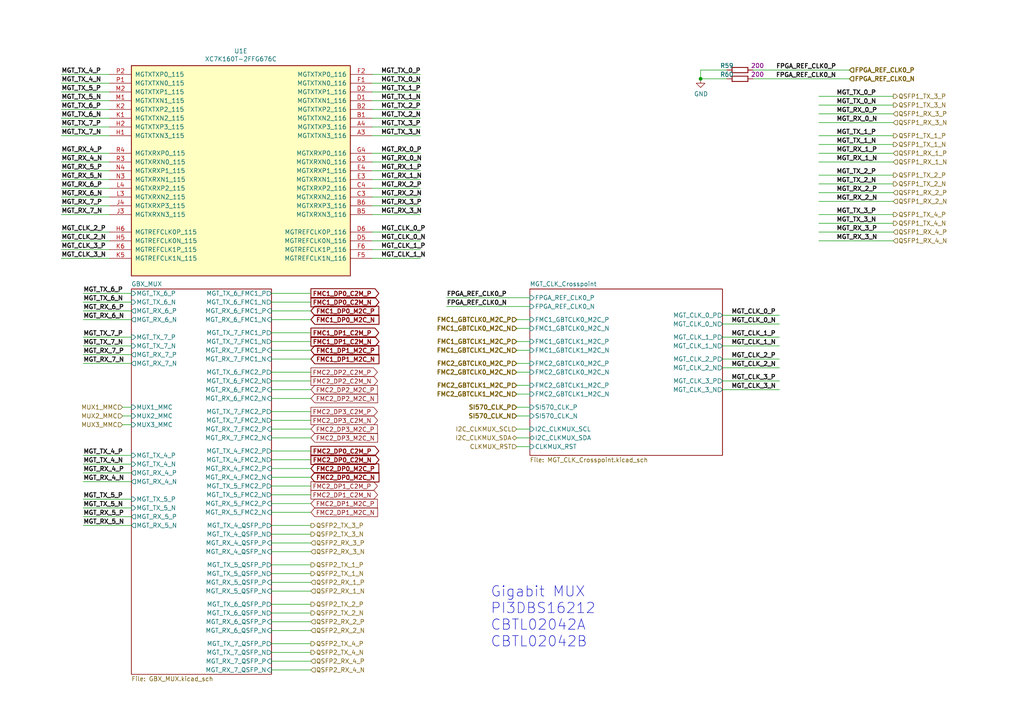
<source format=kicad_sch>
(kicad_sch (version 20211123) (generator eeschema)
  (paper "A4")
  (title_block (title "Marble") (date "2024-03-05") (rev "v1.4.4") (company "Michał Gąska / WUT") (comment 3 "GTP transceivers"))
  (junction (at 203.2 22.86))
  (wire (pts (xy 149.86 107.95) (xy 153.67 107.95)))
  (wire (pts (xy 129.54 86.36) (xy 153.67 86.36)))
  (wire (pts (xy 107.95 34.29) (xy 121.92 34.29)))
  (wire (pts (xy 17.78 36.83) (xy 31.75 36.83)))
  (wire (pts (xy 78.74 107.95) (xy 90.17 107.95)))
  (wire (pts (xy 209.55 104.14) (xy 226.06 104.14)))
  (wire (pts (xy 78.74 90.17) (xy 90.17 90.17)))
  (wire (pts (xy 78.74 124.46) (xy 90.17 124.46)))
  (wire (pts (xy 78.74 177.8) (xy 90.17 177.8)))
  (wire (pts (xy 24.13 102.87) (xy 38.1 102.87)))
  (wire (pts (xy 78.74 143.51) (xy 90.17 143.51)))
  (wire (pts (xy 237.49 50.8) (xy 259.08 50.8)))
  (wire (pts (xy 78.74 110.49) (xy 90.17 110.49)))
  (wire (pts (xy 78.74 127) (xy 90.17 127)))
  (wire (pts (xy 78.74 135.89) (xy 90.17 135.89)))
  (wire (pts (xy 78.74 180.34) (xy 90.17 180.34)))
  (wire (pts (xy 17.78 34.29) (xy 31.75 34.29)))
  (wire (pts (xy 24.13 92.71) (xy 38.1 92.71)))
  (wire (pts (xy 149.86 92.71) (xy 153.67 92.71)))
  (wire (pts (xy 17.78 26.67) (xy 31.75 26.67)))
  (wire (pts (xy 78.74 163.83) (xy 90.17 163.83)))
  (wire (pts (xy 209.55 106.68) (xy 226.06 106.68)))
  (wire (pts (xy 78.74 152.4) (xy 90.17 152.4)))
  (wire (pts (xy 24.13 137.16) (xy 38.1 137.16)))
  (wire (pts (xy 17.78 54.61) (xy 31.75 54.61)))
  (wire (pts (xy 209.55 93.98) (xy 226.06 93.98)))
  (wire (pts (xy 107.95 62.23) (xy 121.92 62.23)))
  (wire (pts (xy 78.74 186.69) (xy 90.17 186.69)))
  (wire (pts (xy 17.78 31.75) (xy 31.75 31.75)))
  (wire (pts (xy 24.13 134.62) (xy 38.1 134.62)))
  (wire (pts (xy 107.95 21.59) (xy 121.92 21.59)))
  (wire (pts (xy 17.78 74.93) (xy 31.75 74.93)))
  (wire (pts (xy 78.74 101.6) (xy 90.17 101.6)))
  (wire (pts (xy 78.74 191.77) (xy 90.17 191.77)))
  (wire (pts (xy 203.2 22.86) (xy 210.82 22.86)))
  (wire (pts (xy 17.78 39.37) (xy 31.75 39.37)))
  (wire (pts (xy 24.13 132.08) (xy 38.1 132.08)))
  (wire (pts (xy 24.13 87.63) (xy 38.1 87.63)))
  (wire (pts (xy 35.56 120.65) (xy 38.1 120.65)))
  (wire (pts (xy 78.74 175.26) (xy 90.17 175.26)))
  (wire (pts (xy 78.74 166.37) (xy 90.17 166.37)))
  (wire (pts (xy 218.44 22.86) (xy 246.38 22.86)))
  (wire (pts (xy 17.78 62.23) (xy 31.75 62.23)))
  (wire (pts (xy 24.13 139.7) (xy 38.1 139.7)))
  (wire (pts (xy 107.95 54.61) (xy 121.92 54.61)))
  (wire (pts (xy 107.95 46.99) (xy 121.92 46.99)))
  (wire (pts (xy 237.49 33.02) (xy 259.08 33.02)))
  (wire (pts (xy 78.74 85.09) (xy 90.17 85.09)))
  (wire (pts (xy 78.74 96.52) (xy 90.17 96.52)))
  (wire (pts (xy 237.49 41.91) (xy 259.08 41.91)))
  (wire (pts (xy 17.78 24.13) (xy 31.75 24.13)))
  (wire (pts (xy 149.86 101.6) (xy 153.67 101.6)))
  (wire (pts (xy 78.74 138.43) (xy 90.17 138.43)))
  (wire (pts (xy 149.86 124.46) (xy 153.67 124.46)))
  (wire (pts (xy 107.95 44.45) (xy 121.92 44.45)))
  (wire (pts (xy 24.13 147.32) (xy 38.1 147.32)))
  (wire (pts (xy 107.95 29.21) (xy 121.92 29.21)))
  (wire (pts (xy 78.74 148.59) (xy 90.17 148.59)))
  (wire (pts (xy 17.78 29.21) (xy 31.75 29.21)))
  (wire (pts (xy 78.74 99.06) (xy 90.17 99.06)))
  (wire (pts (xy 107.95 36.83) (xy 121.92 36.83)))
  (wire (pts (xy 78.74 104.14) (xy 90.17 104.14)))
  (wire (pts (xy 17.78 67.31) (xy 31.75 67.31)))
  (wire (pts (xy 237.49 58.42) (xy 259.08 58.42)))
  (wire (pts (xy 149.86 118.11) (xy 153.67 118.11)))
  (wire (pts (xy 35.56 118.11) (xy 38.1 118.11)))
  (wire (pts (xy 17.78 44.45) (xy 31.75 44.45)))
  (wire (pts (xy 78.74 154.94) (xy 90.17 154.94)))
  (wire (pts (xy 237.49 46.99) (xy 259.08 46.99)))
  (wire (pts (xy 35.56 123.19) (xy 38.1 123.19)))
  (wire (pts (xy 237.49 30.48) (xy 259.08 30.48)))
  (wire (pts (xy 24.13 152.4) (xy 38.1 152.4)))
  (wire (pts (xy 129.54 88.9) (xy 153.67 88.9)))
  (wire (pts (xy 237.49 67.31) (xy 259.08 67.31)))
  (wire (pts (xy 24.13 90.17) (xy 38.1 90.17)))
  (wire (pts (xy 78.74 160.02) (xy 90.17 160.02)))
  (wire (pts (xy 107.95 69.85) (xy 121.92 69.85)))
  (wire (pts (xy 237.49 53.34) (xy 259.08 53.34)))
  (wire (pts (xy 203.2 20.32) (xy 203.2 22.86)))
  (wire (pts (xy 78.74 182.88) (xy 90.17 182.88)))
  (wire (pts (xy 149.86 120.65) (xy 153.67 120.65)))
  (wire (pts (xy 78.74 194.31) (xy 90.17 194.31)))
  (wire (pts (xy 107.95 31.75) (xy 121.92 31.75)))
  (wire (pts (xy 24.13 105.41) (xy 38.1 105.41)))
  (wire (pts (xy 17.78 46.99) (xy 31.75 46.99)))
  (wire (pts (xy 78.74 189.23) (xy 90.17 189.23)))
  (wire (pts (xy 237.49 39.37) (xy 259.08 39.37)))
  (wire (pts (xy 78.74 133.35) (xy 90.17 133.35)))
  (wire (pts (xy 237.49 62.23) (xy 259.08 62.23)))
  (wire (pts (xy 78.74 119.38) (xy 90.17 119.38)))
  (wire (pts (xy 203.2 20.32) (xy 210.82 20.32)))
  (wire (pts (xy 237.49 55.88) (xy 259.08 55.88)))
  (wire (pts (xy 78.74 146.05) (xy 90.17 146.05)))
  (wire (pts (xy 209.55 91.44) (xy 226.06 91.44)))
  (wire (pts (xy 237.49 44.45) (xy 259.08 44.45)))
  (wire (pts (xy 149.86 99.06) (xy 153.67 99.06)))
  (wire (pts (xy 107.95 26.67) (xy 121.92 26.67)))
  (wire (pts (xy 149.86 129.54) (xy 153.67 129.54)))
  (wire (pts (xy 209.55 113.03) (xy 226.06 113.03)))
  (wire (pts (xy 17.78 72.39) (xy 31.75 72.39)))
  (wire (pts (xy 107.95 24.13) (xy 121.92 24.13)))
  (wire (pts (xy 237.49 69.85) (xy 259.08 69.85)))
  (wire (pts (xy 78.74 121.92) (xy 90.17 121.92)))
  (wire (pts (xy 78.74 157.48) (xy 90.17 157.48)))
  (wire (pts (xy 149.86 127) (xy 153.67 127)))
  (wire (pts (xy 78.74 140.97) (xy 90.17 140.97)))
  (wire (pts (xy 237.49 35.56) (xy 259.08 35.56)))
  (wire (pts (xy 107.95 72.39) (xy 121.92 72.39)))
  (wire (pts (xy 107.95 39.37) (xy 121.92 39.37)))
  (wire (pts (xy 149.86 111.76) (xy 153.67 111.76)))
  (wire (pts (xy 149.86 95.25) (xy 153.67 95.25)))
  (wire (pts (xy 237.49 64.77) (xy 259.08 64.77)))
  (wire (pts (xy 78.74 92.71) (xy 90.17 92.71)))
  (wire (pts (xy 107.95 52.07) (xy 121.92 52.07)))
  (wire (pts (xy 107.95 49.53) (xy 121.92 49.53)))
  (wire (pts (xy 24.13 97.79) (xy 38.1 97.79)))
  (wire (pts (xy 78.74 171.45) (xy 90.17 171.45)))
  (wire (pts (xy 149.86 105.41) (xy 153.67 105.41)))
  (wire (pts (xy 107.95 74.93) (xy 121.92 74.93)))
  (wire (pts (xy 17.78 57.15) (xy 31.75 57.15)))
  (wire (pts (xy 24.13 149.86) (xy 38.1 149.86)))
  (wire (pts (xy 17.78 69.85) (xy 31.75 69.85)))
  (wire (pts (xy 24.13 100.33) (xy 38.1 100.33)))
  (wire (pts (xy 17.78 59.69) (xy 31.75 59.69)))
  (wire (pts (xy 24.13 85.09) (xy 38.1 85.09)))
  (wire (pts (xy 209.55 100.33) (xy 226.06 100.33)))
  (wire (pts (xy 209.55 110.49) (xy 226.06 110.49)))
  (wire (pts (xy 218.44 20.32) (xy 246.38 20.32)))
  (wire (pts (xy 17.78 49.53) (xy 31.75 49.53)))
  (wire (pts (xy 107.95 59.69) (xy 121.92 59.69)))
  (wire (pts (xy 78.74 113.03) (xy 90.17 113.03)))
  (wire (pts (xy 78.74 168.91) (xy 90.17 168.91)))
  (wire (pts (xy 78.74 130.81) (xy 90.17 130.81)))
  (wire (pts (xy 17.78 21.59) (xy 31.75 21.59)))
  (wire (pts (xy 237.49 27.94) (xy 259.08 27.94)))
  (wire (pts (xy 78.74 115.57) (xy 90.17 115.57)))
  (wire (pts (xy 24.13 144.78) (xy 38.1 144.78)))
  (wire (pts (xy 209.55 97.79) (xy 226.06 97.79)))
  (wire (pts (xy 78.74 87.63) (xy 90.17 87.63)))
  (wire (pts (xy 107.95 67.31) (xy 121.92 67.31)))
  (wire (pts (xy 17.78 52.07) (xy 31.75 52.07)))
  (wire (pts (xy 149.86 114.3) (xy 153.67 114.3)))
  (wire (pts (xy 107.95 57.15) (xy 121.92 57.15)))
  (text "Gigabit MUX\nPI3DBS16212\nCBTL02042A \nCBTL02042B" (at 142.24 187.96 0) (effects (font (size 2.9972 2.9972)) (justify left bottom)))
  (label "MGT_TX_5_N" (at 24.13 147.32 0) (effects (font (thickness 0.254) bold)))
  (label "MGT_TX_2_P" (at 110.49 31.75 0) (effects (font (thickness 0.254) bold)))
  (label "MGT_RX_7_P" (at 17.78 59.69 0) (effects (font (thickness 0.254) bold)))
  (label "MGT_TX_4_N" (at 17.78 24.13 0) (effects (font (thickness 0.254) bold)))
  (label "MGT_TX_5_P" (at 17.78 26.67 0) (effects (font (thickness 0.254) bold)))
  (label "MGT_RX_4_P" (at 17.78 44.45 0) (effects (font (thickness 0.254) bold)))
  (label "MGT_RX_0_P" (at 242.57 33.02 0) (effects (font (thickness 0.254) bold)))
  (label "MGT_TX_3_P" (at 242.57 62.23 0) (effects (font (thickness 0.254) bold)))
  (label "MGT_TX_7_N" (at 17.78 39.37 0) (effects (font (thickness 0.254) bold)))
  (label "MGT_TX_6_N" (at 17.78 34.29 0) (effects (font (thickness 0.254) bold)))
  (label "MGT_RX_5_P" (at 24.13 149.86 0) (effects (font (thickness 0.254) bold)))
  (label "MGT_TX_7_N" (at 24.13 100.33 0) (effects (font (thickness 0.254) bold)))
  (label "MGT_CLK_3_N" (at 17.78 74.93 0) (effects (font (thickness 0.254) bold)))
  (label "MGT_TX_3_N" (at 110.49 39.37 0) (effects (font (thickness 0.254) bold)))
  (label "MGT_TX_3_P" (at 110.49 36.83 0) (effects (font (thickness 0.254) bold)))
  (label "MGT_CLK_1_P" (at 110.49 72.39 0) (effects (font (thickness 0.254) bold)))
  (label "MGT_CLK_2_N" (at 17.78 69.85 0) (effects (font (thickness 0.254) bold)))
  (label "MGT_TX_2_N" (at 110.49 34.29 0) (effects (font (thickness 0.254) bold)))
  (label "MGT_CLK_1_P" (at 212.09 97.79 0) (effects (font (thickness 0.254) bold)))
  (label "MGT_RX_3_P" (at 110.49 59.69 0) (effects (font (thickness 0.254) bold)))
  (label "MGT_RX_7_N" (at 24.13 105.41 0) (effects (font (thickness 0.254) bold)))
  (label "MGT_RX_5_N" (at 24.13 152.4 0) (effects (font (thickness 0.254) bold)))
  (label "MGT_RX_0_N" (at 242.57 35.56 0) (effects (font (thickness 0.254) bold)))
  (label "MGT_RX_3_N" (at 110.49 62.23 0) (effects (font (thickness 0.254) bold)))
  (label "FPGA_REF_CLK0_N" (at 129.54 88.9 0) (effects (font (thickness 0.254) bold)))
  (label "FPGA_REF_CLK0_P" (at 242.57 20.32 180) (effects (font (thickness 0.254) bold)))
  (label "FPGA_REF_CLK0_P" (at 129.54 86.36 0) (effects (font (thickness 0.254) bold)))
  (label "MGT_TX_7_P" (at 24.13 97.79 0) (effects (font (thickness 0.254) bold)))
  (label "MGT_TX_5_P" (at 24.13 144.78 0) (effects (font (thickness 0.254) bold)))
  (label "MGT_CLK_0_N" (at 212.09 93.98 0) (effects (font (thickness 0.254) bold)))
  (label "MGT_RX_0_P" (at 110.49 44.45 0) (effects (font (thickness 0.254) bold)))
  (label "MGT_RX_4_P" (at 24.13 137.16 0) (effects (font (thickness 0.254) bold)))
  (label "MGT_CLK_3_P" (at 17.78 72.39 0) (effects (font (thickness 0.254) bold)))
  (label "MGT_RX_6_N" (at 24.13 92.71 0) (effects (font (thickness 0.254) bold)))
  (label "MGT_CLK_3_N" (at 212.09 113.03 0) (effects (font (thickness 0.254) bold)))
  (label "MGT_TX_3_N" (at 242.57 64.77 0) (effects (font (thickness 0.254) bold)))
  (label "MGT_RX_6_P" (at 24.13 90.17 0) (effects (font (thickness 0.254) bold)))
  (label "MGT_CLK_2_N" (at 212.09 106.68 0) (effects (font (thickness 0.254) bold)))
  (label "MGT_TX_6_P" (at 24.13 85.09 0) (effects (font (thickness 0.254) bold)))
  (label "MGT_RX_5_N" (at 17.78 52.07 0) (effects (font (thickness 0.254) bold)))
  (label "MGT_RX_2_P" (at 242.57 55.88 0) (effects (font (thickness 0.254) bold)))
  (label "MGT_TX_2_N" (at 242.57 53.34 0) (effects (font (thickness 0.254) bold)))
  (label "MGT_CLK_1_N" (at 110.49 74.93 0) (effects (font (thickness 0.254) bold)))
  (label "MGT_TX_6_N" (at 24.13 87.63 0) (effects (font (thickness 0.254) bold)))
  (label "MGT_CLK_0_P" (at 212.09 91.44 0) (effects (font (thickness 0.254) bold)))
  (label "MGT_CLK_2_P" (at 212.09 104.14 0) (effects (font (thickness 0.254) bold)))
  (label "MGT_TX_7_P" (at 17.78 36.83 0) (effects (font (thickness 0.254) bold)))
  (label "MGT_RX_7_P" (at 24.13 102.87 0) (effects (font (thickness 0.254) bold)))
  (label "MGT_TX_1_N" (at 242.57 41.91 0) (effects (font (thickness 0.254) bold)))
  (label "MGT_RX_2_N" (at 110.49 57.15 0) (effects (font (thickness 0.254) bold)))
  (label "MGT_RX_2_P" (at 110.49 54.61 0) (effects (font (thickness 0.254) bold)))
  (label "MGT_CLK_3_P" (at 212.09 110.49 0) (effects (font (thickness 0.254) bold)))
  (label "MGT_RX_2_N" (at 242.57 58.42 0) (effects (font (thickness 0.254) bold)))
  (label "MGT_RX_1_N" (at 242.57 46.99 0) (effects (font (thickness 0.254) bold)))
  (label "MGT_RX_6_P" (at 17.78 54.61 0) (effects (font (thickness 0.254) bold)))
  (label "MGT_CLK_1_N" (at 212.09 100.33 0) (effects (font (thickness 0.254) bold)))
  (label "MGT_TX_5_N" (at 17.78 29.21 0) (effects (font (thickness 0.254) bold)))
  (label "MGT_RX_0_N" (at 110.49 46.99 0) (effects (font (thickness 0.254) bold)))
  (label "MGT_TX_1_P" (at 242.57 39.37 0) (effects (font (thickness 0.254) bold)))
  (label "MGT_TX_0_N" (at 242.57 30.48 0) (effects (font (thickness 0.254) bold)))
  (label "MGT_RX_4_N" (at 17.78 46.99 0) (effects (font (thickness 0.254) bold)))
  (label "MGT_RX_1_N" (at 110.49 52.07 0) (effects (font (thickness 0.254) bold)))
  (label "MGT_CLK_0_P" (at 110.49 67.31 0) (effects (font (thickness 0.254) bold)))
  (label "MGT_RX_5_P" (at 17.78 49.53 0) (effects (font (thickness 0.254) bold)))
  (label "MGT_TX_1_P" (at 110.49 26.67 0) (effects (font (thickness 0.254) bold)))
  (label "MGT_RX_6_N" (at 17.78 57.15 0) (effects (font (thickness 0.254) bold)))
  (label "MGT_CLK_0_N" (at 110.49 69.85 0) (effects (font (thickness 0.254) bold)))
  (label "MGT_RX_1_P" (at 242.57 44.45 0) (effects (font (thickness 0.254) bold)))
  (label "MGT_TX_2_P" (at 242.57 50.8 0) (effects (font (thickness 0.254) bold)))
  (label "MGT_RX_3_N" (at 242.57 69.85 0) (effects (font (thickness 0.254) bold)))
  (label "MGT_TX_0_P" (at 242.57 27.94 0) (effects (font (thickness 0.254) bold)))
  (label "MGT_TX_6_P" (at 17.78 31.75 0) (effects (font (thickness 0.254) bold)))
  (label "MGT_RX_4_N" (at 24.13 139.7 0) (effects (font (thickness 0.254) bold)))
  (label "MGT_TX_4_N" (at 24.13 134.62 0) (effects (font (thickness 0.254) bold)))
  (label "MGT_CLK_2_P" (at 17.78 67.31 0) (effects (font (thickness 0.254) bold)))
  (label "MGT_TX_4_P" (at 24.13 132.08 0) (effects (font (thickness 0.254) bold)))
  (label "MGT_TX_1_N" (at 110.49 29.21 0) (effects (font (thickness 0.254) bold)))
  (label "MGT_TX_0_P" (at 110.49 21.59 0) (effects (font (thickness 0.254) bold)))
  (label "MGT_TX_4_P" (at 17.78 21.59 0) (effects (font (thickness 0.254) bold)))
  (label "MGT_TX_0_N" (at 110.49 24.13 0) (effects (font (thickness 0.254) bold)))
  (label "MGT_RX_7_N" (at 17.78 62.23 0) (effects (font (thickness 0.254) bold)))
  (label "MGT_RX_3_P" (at 242.57 67.31 0) (effects (font (thickness 0.254) bold)))
  (label "FPGA_REF_CLK0_N" (at 242.57 22.86 180) (effects (font (thickness 0.254) bold)))
  (label "MGT_RX_1_P" (at 110.49 49.53 0) (effects (font (thickness 0.254) bold)))
  (global_label "FMC2_DP1_C2M_P" (shape output) (at 90.17 140.97 0) (property "Intersheet References" "${INTERSHEET_REFS}" (effects hide)))
  (global_label "FMC1_DP0_C2M_N" (shape output) (at 90.17 87.63 0) (effects (font (thickness 0.254) bold)) (property "Intersheet References" "${INTERSHEET_REFS}" (effects hide)))
  (global_label "FMC1_DP1_M2C_N" (shape input) (at 90.17 104.14 0) (effects (font (thickness 0.254) bold)) (property "Intersheet References" "${INTERSHEET_REFS}" (effects hide)))
  (global_label "FMC2_DP1_C2M_N" (shape output) (at 90.17 143.51 0) (property "Intersheet References" "${INTERSHEET_REFS}" (effects hide)))
  (global_label "FMC2_DP0_M2C_P" (shape input) (at 90.17 135.89 0) (effects (font (thickness 0.254) bold)) (property "Intersheet References" "${INTERSHEET_REFS}" (effects hide)))
  (global_label "FMC2_DP0_C2M_N" (shape output) (at 90.17 133.35 0) (effects (font (thickness 0.254) bold)) (property "Intersheet References" "${INTERSHEET_REFS}" (effects hide)))
  (global_label "FMC1_DP0_C2M_P" (shape output) (at 90.17 85.09 0) (effects (font (thickness 0.254) bold)) (property "Intersheet References" "${INTERSHEET_REFS}" (effects hide)))
  (global_label "FMC2_DP3_C2M_N" (shape output) (at 90.17 121.92 0) (property "Intersheet References" "${INTERSHEET_REFS}" (effects hide)))
  (global_label "FMC2_DP0_C2M_P" (shape output) (at 90.17 130.81 0) (effects (font (thickness 0.254) bold)) (property "Intersheet References" "${INTERSHEET_REFS}" (effects hide)))
  (global_label "FMC2_DP3_M2C_P" (shape input) (at 90.17 124.46 0) (property "Intersheet References" "${INTERSHEET_REFS}" (effects hide)))
  (global_label "FMC2_DP1_M2C_P" (shape input) (at 90.17 146.05 0) (property "Intersheet References" "${INTERSHEET_REFS}" (effects hide)))
  (global_label "FMC1_DP1_M2C_P" (shape input) (at 90.17 101.6 0) (effects (font (thickness 0.254) bold)) (property "Intersheet References" "${INTERSHEET_REFS}" (effects hide)))
  (global_label "FMC1_DP1_C2M_P" (shape output) (at 90.17 96.52 0) (effects (font (thickness 0.254) bold)) (property "Intersheet References" "${INTERSHEET_REFS}" (effects hide)))
  (global_label "FMC1_DP0_M2C_P" (shape input) (at 90.17 90.17 0) (effects (font (thickness 0.254) bold)) (property "Intersheet References" "${INTERSHEET_REFS}" (effects hide)))
  (global_label "FMC2_DP2_C2M_N" (shape output) (at 90.17 110.49 0) (property "Intersheet References" "${INTERSHEET_REFS}" (effects hide)))
  (global_label "FMC2_DP3_M2C_N" (shape input) (at 90.17 127 0) (property "Intersheet References" "${INTERSHEET_REFS}" (effects hide)))
  (global_label "FMC2_DP2_C2M_P" (shape output) (at 90.17 107.95 0) (property "Intersheet References" "${INTERSHEET_REFS}" (effects hide)))
  (global_label "FMC2_DP2_M2C_N" (shape input) (at 90.17 115.57 0) (property "Intersheet References" "${INTERSHEET_REFS}" (effects hide)))
  (global_label "FMC2_DP0_M2C_N" (shape input) (at 90.17 138.43 0) (effects (font (thickness 0.254) bold)) (property "Intersheet References" "${INTERSHEET_REFS}" (effects hide)))
  (global_label "FMC2_DP3_C2M_P" (shape output) (at 90.17 119.38 0) (property "Intersheet References" "${INTERSHEET_REFS}" (effects hide)))
  (global_label "FMC1_DP1_C2M_N" (shape output) (at 90.17 99.06 0) (effects (font (thickness 0.254) bold)) (property "Intersheet References" "${INTERSHEET_REFS}" (effects hide)))
  (global_label "FMC2_DP1_M2C_N" (shape input) (at 90.17 148.59 0) (property "Intersheet References" "${INTERSHEET_REFS}" (effects hide)))
  (global_label "FMC1_DP0_M2C_N" (shape input) (at 90.17 92.71 0) (effects (font (thickness 0.254) bold)) (property "Intersheet References" "${INTERSHEET_REFS}" (effects hide)))
  (global_label "FMC2_DP2_M2C_P" (shape input) (at 90.17 113.03 0) (property "Intersheet References" "${INTERSHEET_REFS}" (effects hide)))
  (hierarchical_label "QSFP1_RX_2_N" (shape input) (at 259.08 58.42 0))
  (hierarchical_label "QSFP1_TX_1_N" (shape output) (at 259.08 41.91 0))
  (hierarchical_label "QSFP2_TX_1_P" (shape output) (at 90.17 163.83 0))
  (hierarchical_label "QSFP1_TX_3_N" (shape output) (at 259.08 30.48 0))
  (hierarchical_label "SI570_CLK_P" (shape input) (at 149.86 118.11 180) (effects (font (thickness 0.254) bold)))
  (hierarchical_label "QSFP1_RX_2_P" (shape input) (at 259.08 55.88 0))
  (hierarchical_label "FMC1_GBTCLK1_M2C_P" (shape input) (at 149.86 99.06 180) (effects (font (thickness 0.254) bold)))
  (hierarchical_label "FMC2_GBTCLK0_M2C_N" (shape input) (at 149.86 107.95 180) (effects (font (thickness 0.254) bold)))
  (hierarchical_label "QSFP2_TX_4_N" (shape output) (at 90.17 189.23 0))
  (hierarchical_label "QSFP1_TX_4_P" (shape output) (at 259.08 62.23 0))
  (hierarchical_label "QSFP1_TX_4_N" (shape output) (at 259.08 64.77 0))
  (hierarchical_label "QSFP2_TX_3_P" (shape output) (at 90.17 152.4 0))
  (hierarchical_label "QSFP2_RX_3_P" (shape input) (at 90.17 157.48 0))
  (hierarchical_label "FMC1_GBTCLK0_M2C_P" (shape input) (at 149.86 92.71 180) (effects (font (thickness 0.254) bold)))
  (hierarchical_label "FPGA_REF_CLK0_P" (shape input) (at 246.38 20.32 0) (effects (font (thickness 0.254) bold)))
  (hierarchical_label "QSFP1_TX_1_P" (shape output) (at 259.08 39.37 0))
  (hierarchical_label "MUX2_MMC" (shape input) (at 35.56 120.65 180))
  (hierarchical_label "CLKMUX_RST" (shape input) (at 149.86 129.54 180))
  (hierarchical_label "FMC2_GBTCLK1_M2C_P" (shape input) (at 149.86 111.76 180) (effects (font (thickness 0.254) bold)))
  (hierarchical_label "I2C_CLKMUX_SCL" (shape input) (at 149.86 124.46 180))
  (hierarchical_label "QSFP2_RX_2_P" (shape input) (at 90.17 180.34 0))
  (hierarchical_label "MUX1_MMC" (shape input) (at 35.56 118.11 180))
  (hierarchical_label "FPGA_REF_CLK0_N" (shape input) (at 246.38 22.86 0) (effects (font (thickness 0.254) bold)))
  (hierarchical_label "SI570_CLK_N" (shape input) (at 149.86 120.65 180) (effects (font (thickness 0.254) bold)))
  (hierarchical_label "QSFP1_RX_3_N" (shape input) (at 259.08 35.56 0))
  (hierarchical_label "QSFP2_TX_2_N" (shape output) (at 90.17 177.8 0))
  (hierarchical_label "QSFP2_RX_2_N" (shape input) (at 90.17 182.88 0))
  (hierarchical_label "QSFP2_TX_4_P" (shape output) (at 90.17 186.69 0))
  (hierarchical_label "QSFP2_RX_1_N" (shape input) (at 90.17 171.45 0))
  (hierarchical_label "FMC1_GBTCLK1_M2C_N" (shape input) (at 149.86 101.6 180) (effects (font (thickness 0.254) bold)))
  (hierarchical_label "QSFP2_RX_1_P" (shape input) (at 90.17 168.91 0))
  (hierarchical_label "QSFP1_RX_1_P" (shape input) (at 259.08 44.45 0))
  (hierarchical_label "QSFP2_RX_3_N" (shape input) (at 90.17 160.02 0))
  (hierarchical_label "QSFP1_TX_3_P" (shape output) (at 259.08 27.94 0))
  (hierarchical_label "QSFP2_TX_2_P" (shape output) (at 90.17 175.26 0))
  (hierarchical_label "QSFP1_RX_4_N" (shape input) (at 259.08 69.85 0))
  (hierarchical_label "FMC2_GBTCLK0_M2C_P" (shape input) (at 149.86 105.41 180) (effects (font (thickness 0.254) bold)))
  (hierarchical_label "FMC2_GBTCLK1_M2C_N" (shape input) (at 149.86 114.3 180) (effects (font (thickness 0.254) bold)))
  (hierarchical_label "FMC1_GBTCLK0_M2C_N" (shape input) (at 149.86 95.25 180) (effects (font (thickness 0.254) bold)))
  (hierarchical_label "QSFP2_RX_4_P" (shape input) (at 90.17 191.77 0))
  (hierarchical_label "QSFP1_TX_2_P" (shape output) (at 259.08 50.8 0))
  (hierarchical_label "QSFP2_TX_1_N" (shape output) (at 90.17 166.37 0))
  (hierarchical_label "MUX3_MMC" (shape input) (at 35.56 123.19 180))
  (hierarchical_label "QSFP1_RX_4_P" (shape input) (at 259.08 67.31 0))
  (hierarchical_label "QSFP2_RX_4_N" (shape input) (at 90.17 194.31 0))
  (hierarchical_label "QSFP1_TX_2_N" (shape output) (at 259.08 53.34 0))
  (hierarchical_label "I2C_CLKMUX_SDA" (shape bidirectional) (at 149.86 127 180))
  (hierarchical_label "QSFP1_RX_3_P" (shape input) (at 259.08 33.02 0))
  (hierarchical_label "QSFP2_TX_3_N" (shape output) (at 90.17 154.94 0))
  (hierarchical_label "QSFP1_RX_1_N" (shape input) (at 259.08 46.99 0))
  (symbol (lib_id "Resistors_SMD:R0201_200R_1%_0.05W_200PPM") (at 210.82 20.32 0) (unit 1)
    (property "Reference" "R59" (at 210.82 19.05 0))
    (property "Value" "R0201_200R_1%_0.05W_200PPM" (effects hide))
    (property "Footprint" "RESC0603X28N" (effects hide))
    (property "Datasheet" "\\\\cern.ch\\dfs\\Applications\\Altium\\Datasheets\\R0201_VISHAY_CRCW e3.pdf" (effects hide))
    (property "~" "200" (at 219.71 19.05 0))
    (property "Part Number" "R0201_200R_1%_0.05W_200PPM" (effects hide))
    (property "Library Ref" "Resistor - 1%" (effects hide))
    (property "Library Path" "SchLib\\Resistors.SchLib" (effects hide))
    (property "Comment" "=Value" (effects hide))
    (property "Component Kind" "Standard" (effects hide))
    (property "Component Type" "Standard" (effects hide))
    (property "PackageDescription" " " (effects hide))
    (property "Pin Count" "2" (effects hide))
    (property "Footprint Path" "PcbLib\\Resistors SMD.PcbLib" (effects hide))
    (property "Footprint Ref" "RESC0603X28N" (effects hide))
    (property "Val" "200" (effects hide))
    (property "Status" "Not Recommended" (effects hide))
    (property "Power" "0.05W" (effects hide))
    (property "TC" "±200ppm/°C" (effects hide))
    (property "Voltage" " " (effects hide))
    (property "Tolerance" "±1%" (effects hide))
    (property "Part Description" "Thick Film Chip Resistor" (effects hide))
    (property "Manufacturer" "GENERIC" (effects hide))
    (property "Manufacturer Part Number" "R0201_200R_1%_0.05W_200PPM" (effects hide))
    (property "Case" "0201" (effects hide))
    (property "PressFit" "No" (effects hide))
    (property "Mounted" "Yes" (effects hide))
    (property "Sense Comment" " " (effects hide))
    (property "Sense" "No" (effects hide))
    (property "Status Comment" " " (effects hide))
    (property "Socket" "No" (effects hide))
    (property "SMD" "Yes" (effects hide))
    (property "ComponentHeight" " " (effects hide))
    (property "Manufacturer1 Example" "VISHAY" (effects hide))
    (property "Manufacturer1 Part Number" "CRCW0201200RFNED" (effects hide))
    (property "Manufacturer1 ComponentHeight" "0.27mm" (effects hide))
    (property "CreateDate" "11/13/14 00:00:00" (effects hide))
    (property "LatestRevisionDate" "11/13/14 00:00:00" (effects hide))
    (property "Library Name" "Resistors SMD" (effects hide))
    (property "License" "This work is licensed under the Creative Commons CC-BY-SA 4.0 License. To the extent that circuit schematics that use Licensed Material can be considered to be ‘Adapted Material’, then the copyright holder waives article 3.b of the license with respect to these schematics." (effects hide))
  )
  (symbol (lib_id "Resistors_SMD:R0201_200R_1%_0.05W_200PPM") (at 210.82 22.86 0) (unit 1)
    (property "Reference" "R60" (at 210.82 21.59 0))
    (property "Value" "R0201_200R_1%_0.05W_200PPM" (effects hide))
    (property "Footprint" "RESC0603X28N" (effects hide))
    (property "Datasheet" "\\\\cern.ch\\dfs\\Applications\\Altium\\Datasheets\\R0201_VISHAY_CRCW e3.pdf" (effects hide))
    (property "~" "200" (at 219.71 21.59 0))
    (property "Part Number" "R0201_200R_1%_0.05W_200PPM" (effects hide))
    (property "Library Ref" "Resistor - 1%" (effects hide))
    (property "Library Path" "SchLib\\Resistors.SchLib" (effects hide))
    (property "Comment" "=Value" (effects hide))
    (property "Component Kind" "Standard" (effects hide))
    (property "Component Type" "Standard" (effects hide))
    (property "PackageDescription" " " (effects hide))
    (property "Pin Count" "2" (effects hide))
    (property "Footprint Path" "PcbLib\\Resistors SMD.PcbLib" (effects hide))
    (property "Footprint Ref" "RESC0603X28N" (effects hide))
    (property "Val" "200" (effects hide))
    (property "Status" "Not Recommended" (effects hide))
    (property "Power" "0.05W" (effects hide))
    (property "TC" "±200ppm/°C" (effects hide))
    (property "Voltage" " " (effects hide))
    (property "Tolerance" "±1%" (effects hide))
    (property "Part Description" "Thick Film Chip Resistor" (effects hide))
    (property "Manufacturer" "GENERIC" (effects hide))
    (property "Manufacturer Part Number" "R0201_200R_1%_0.05W_200PPM" (effects hide))
    (property "Case" "0201" (effects hide))
    (property "PressFit" "No" (effects hide))
    (property "Mounted" "Yes" (effects hide))
    (property "Sense Comment" " " (effects hide))
    (property "Sense" "No" (effects hide))
    (property "Status Comment" " " (effects hide))
    (property "Socket" "No" (effects hide))
    (property "SMD" "Yes" (effects hide))
    (property "ComponentHeight" " " (effects hide))
    (property "Manufacturer1 Example" "VISHAY" (effects hide))
    (property "Manufacturer1 Part Number" "CRCW0201200RFNED" (effects hide))
    (property "Manufacturer1 ComponentHeight" "0.27mm" (effects hide))
    (property "CreateDate" "11/13/14 00:00:00" (effects hide))
    (property "LatestRevisionDate" "11/13/14 00:00:00" (effects hide))
    (property "Library Name" "Resistors SMD" (effects hide))
    (property "License" "This work is licensed under the Creative Commons CC-BY-SA 4.0 License. To the extent that circuit schematics that use Licensed Material can be considered to be ‘Adapted Material’, then the copyright holder waives article 3.b of the license with respect to these schematics." (effects hide))
  )
  (symbol (lib_id "marble_misc:XC7K160T-FFG676") (at 69.85 49.53 0) (unit 5)
    (property "Reference" "U1" (at 69.85 14.8082 0))
    (property "Value" "XC7K160T-2FFG676C" (at 69.85 17.1196 0))
    (property "Footprint" "ICs And Semiconductors SMD_BGA:BGA676C100P26X26_2700X2700X260" (effects hide))
    (property "Manufacturer" "XILINX" (effects hide))
    (property "Manufacturer Part Number" "XC7K160T-2FFG676I" (effects hide))
  )
  (symbol (lib_id "power:GND") (at 203.2 22.86 0) (unit 1)
    (property "Reference" "#PWR0493" (effects hide))
    (property "Value" "GND" (at 203.327 27.2542 0))
  )
  (sheet (at 38.1 83.82) (size 40.64 111.76)
    (property "Sheet name" "GBX_MUX" (at 38.1 83.1084 0) (effects (justify left bottom)))
    (property "Sheet file" "GBX_MUX.kicad_sch" (at 38.1 196.1646 0) (effects (justify left top)))
    (pin "MGT_TX_6_P" input (at 38.1 85.09 180))
    (pin "MGT_TX_6_N" input (at 38.1 87.63 180))
    (pin "MGT_RX_6_P" output (at 38.1 90.17 180))
    (pin "MGT_RX_6_N" output (at 38.1 92.71 180))
    (pin "MGT_TX_7_P" input (at 38.1 97.79 180))
    (pin "MGT_TX_7_N" input (at 38.1 100.33 180))
    (pin "MGT_RX_7_P" output (at 38.1 102.87 180))
    (pin "MGT_RX_7_N" output (at 38.1 105.41 180))
    (pin "MGT_TX_6_FMC1_P" output (at 78.74 85.09 0))
    (pin "MGT_TX_6_FMC1_N" output (at 78.74 87.63 0))
    (pin "MGT_RX_6_FMC1_P" input (at 78.74 90.17 0))
    (pin "MGT_RX_6_FMC1_N" input (at 78.74 92.71 0))
    (pin "MGT_TX_6_FMC2_P" output (at 78.74 107.95 0))
    (pin "MGT_TX_6_FMC2_N" output (at 78.74 110.49 0))
    (pin "MGT_RX_6_FMC2_P" input (at 78.74 113.03 0))
    (pin "MGT_RX_6_FMC2_N" input (at 78.74 115.57 0))
    (pin "MGT_TX_7_FMC1_P" output (at 78.74 96.52 0))
    (pin "MGT_TX_7_FMC1_N" output (at 78.74 99.06 0))
    (pin "MGT_RX_7_FMC1_P" input (at 78.74 101.6 0))
    (pin "MGT_RX_7_FMC1_N" input (at 78.74 104.14 0))
    (pin "MGT_TX_7_FMC2_P" output (at 78.74 119.38 0))
    (pin "MGT_TX_7_FMC2_N" output (at 78.74 121.92 0))
    (pin "MGT_RX_7_FMC2_P" input (at 78.74 124.46 0))
    (pin "MGT_RX_7_FMC2_N" input (at 78.74 127 0))
    (pin "MUX1_MMC" input (at 38.1 118.11 180))
    (pin "MUX2_MMC" input (at 38.1 120.65 180))
    (pin "MUX3_MMC" input (at 38.1 123.19 180))
    (pin "MGT_TX_4_P" input (at 38.1 132.08 180))
    (pin "MGT_TX_4_N" input (at 38.1 134.62 180))
    (pin "MGT_RX_4_P" output (at 38.1 137.16 180))
    (pin "MGT_RX_4_N" output (at 38.1 139.7 180))
    (pin "MGT_TX_5_P" input (at 38.1 144.78 180))
    (pin "MGT_TX_5_N" input (at 38.1 147.32 180))
    (pin "MGT_RX_5_P" output (at 38.1 149.86 180))
    (pin "MGT_RX_5_N" output (at 38.1 152.4 180))
    (pin "MGT_TX_5_QSFP_N" output (at 78.74 166.37 0))
    (pin "MGT_TX_5_QSFP_P" output (at 78.74 163.83 0))
    (pin "MGT_RX_5_QSFP_N" input (at 78.74 171.45 0))
    (pin "MGT_RX_5_QSFP_P" input (at 78.74 168.91 0))
    (pin "MGT_RX_4_QSFP_P" input (at 78.74 157.48 0))
    (pin "MGT_RX_4_QSFP_N" input (at 78.74 160.02 0))
    (pin "MGT_TX_4_QSFP_P" output (at 78.74 152.4 0))
    (pin "MGT_TX_4_QSFP_N" output (at 78.74 154.94 0))
    (pin "MGT_RX_6_QSFP_P" input (at 78.74 180.34 0))
    (pin "MGT_RX_6_QSFP_N" input (at 78.74 182.88 0))
    (pin "MGT_TX_6_QSFP_P" output (at 78.74 175.26 0))
    (pin "MGT_TX_6_QSFP_N" output (at 78.74 177.8 0))
    (pin "MGT_RX_7_QSFP_P" input (at 78.74 191.77 0))
    (pin "MGT_RX_7_QSFP_N" input (at 78.74 194.31 0))
    (pin "MGT_TX_7_QSFP_P" output (at 78.74 186.69 0))
    (pin "MGT_TX_7_QSFP_N" output (at 78.74 189.23 0))
    (pin "MGT_TX_4_FMC2_P" output (at 78.74 130.81 0))
    (pin "MGT_TX_4_FMC2_N" output (at 78.74 133.35 0))
    (pin "MGT_RX_4_FMC2_P" input (at 78.74 135.89 0))
    (pin "MGT_RX_4_FMC2_N" input (at 78.74 138.43 0))
    (pin "MGT_TX_5_FMC2_P" output (at 78.74 140.97 0))
    (pin "MGT_TX_5_FMC2_N" output (at 78.74 143.51 0))
    (pin "MGT_RX_5_FMC2_P" input (at 78.74 146.05 0))
    (pin "MGT_RX_5_FMC2_N" input (at 78.74 148.59 0))
  )
  (sheet (at 153.67 83.82) (size 55.88 48.26)
    (property "Sheet name" "MGT_CLK_Crosspoint" (at 153.67 83.1084 0) (effects (justify left bottom)))
    (property "Sheet file" "MGT_CLK_Crosspoint.kicad_sch" (at 153.67 132.6646 0) (effects (justify left top)))
    (pin "MGT_CLK_3_P" output (at 209.55 110.49 0))
    (pin "MGT_CLK_3_N" output (at 209.55 113.03 0))
    (pin "MGT_CLK_2_P" output (at 209.55 104.14 0))
    (pin "MGT_CLK_2_N" output (at 209.55 106.68 0))
    (pin "MGT_CLK_1_P" output (at 209.55 97.79 0))
    (pin "MGT_CLK_1_N" output (at 209.55 100.33 0))
    (pin "MGT_CLK_0_P" output (at 209.55 91.44 0))
    (pin "MGT_CLK_0_N" output (at 209.55 93.98 0))
    (pin "FPGA_REF_CLK0_P" input (at 153.67 86.36 180))
    (pin "FPGA_REF_CLK0_N" input (at 153.67 88.9 180))
    (pin "FMC1_GBTCLK0_M2C_P" input (at 153.67 92.71 180))
    (pin "FMC1_GBTCLK0_M2C_N" input (at 153.67 95.25 180))
    (pin "FMC1_GBTCLK1_M2C_P" input (at 153.67 99.06 180))
    (pin "FMC1_GBTCLK1_M2C_N" input (at 153.67 101.6 180))
    (pin "FMC2_GBTCLK0_M2C_P" input (at 153.67 105.41 180))
    (pin "FMC2_GBTCLK0_M2C_N" input (at 153.67 107.95 180))
    (pin "FMC2_GBTCLK1_M2C_P" input (at 153.67 111.76 180))
    (pin "FMC2_GBTCLK1_M2C_N" input (at 153.67 114.3 180))
    (pin "SI570_CLK_P" input (at 153.67 118.11 180))
    (pin "SI570_CLK_N" input (at 153.67 120.65 180))
    (pin "CLKMUX_RST" input (at 153.67 129.54 180))
    (pin "I2C_CLKMUX_SCL" input (at 153.67 124.46 180))
    (pin "I2C_CLKMUX_SDA" bidirectional (at 153.67 127 180))
  )
)
</source>
